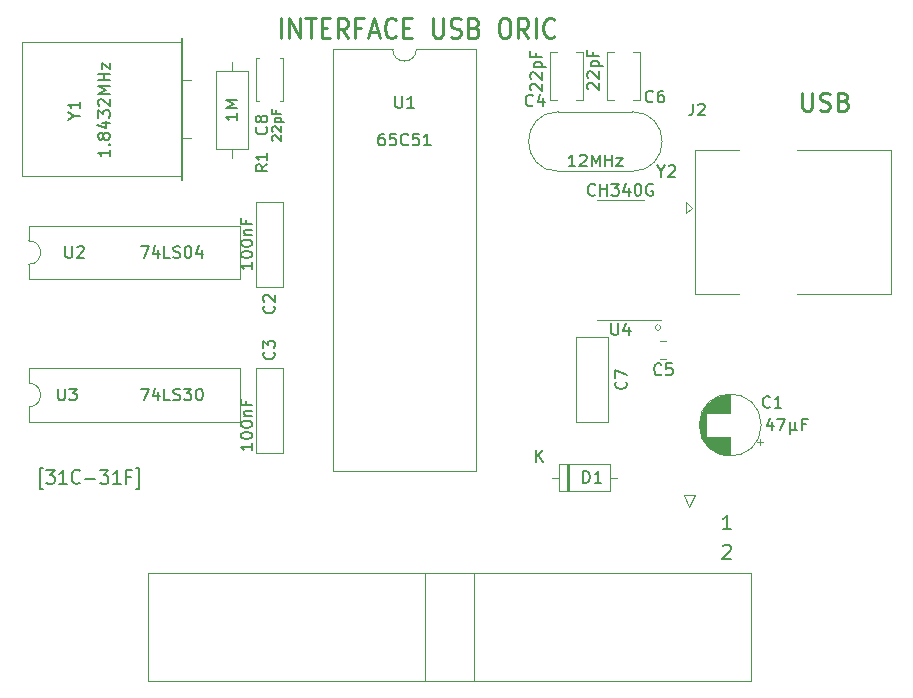
<source format=gto>
%TF.GenerationSoftware,KiCad,Pcbnew,(5.1.12)-1*%
%TF.CreationDate,2022-04-06T13:04:15+02:00*%
%TF.ProjectId,ACIA_USB,41434941-5f55-4534-922e-6b696361645f,1.0*%
%TF.SameCoordinates,PX6d01460PY60e4b00*%
%TF.FileFunction,Legend,Top*%
%TF.FilePolarity,Positive*%
%FSLAX46Y46*%
G04 Gerber Fmt 4.6, Leading zero omitted, Abs format (unit mm)*
G04 Created by KiCad (PCBNEW (5.1.12)-1) date 2022-04-06 13:04:15*
%MOMM*%
%LPD*%
G01*
G04 APERTURE LIST*
%ADD10C,0.250000*%
%ADD11C,0.150000*%
%ADD12C,0.200000*%
%ADD13C,0.120000*%
G04 APERTURE END LIST*
D10*
X67957142Y42096429D02*
X67957142Y40882143D01*
X68028571Y40739286D01*
X68100000Y40667858D01*
X68242857Y40596429D01*
X68528571Y40596429D01*
X68671428Y40667858D01*
X68742857Y40739286D01*
X68814285Y40882143D01*
X68814285Y42096429D01*
X69457142Y40667858D02*
X69671428Y40596429D01*
X70028571Y40596429D01*
X70171428Y40667858D01*
X70242857Y40739286D01*
X70314285Y40882143D01*
X70314285Y41025000D01*
X70242857Y41167858D01*
X70171428Y41239286D01*
X70028571Y41310715D01*
X69742857Y41382143D01*
X69600000Y41453572D01*
X69528571Y41525000D01*
X69457142Y41667858D01*
X69457142Y41810715D01*
X69528571Y41953572D01*
X69600000Y42025000D01*
X69742857Y42096429D01*
X70100000Y42096429D01*
X70314285Y42025000D01*
X71457142Y41382143D02*
X71671428Y41310715D01*
X71742857Y41239286D01*
X71814285Y41096429D01*
X71814285Y40882143D01*
X71742857Y40739286D01*
X71671428Y40667858D01*
X71528571Y40596429D01*
X70957142Y40596429D01*
X70957142Y42096429D01*
X71457142Y42096429D01*
X71600000Y42025000D01*
X71671428Y41953572D01*
X71742857Y41810715D01*
X71742857Y41667858D01*
X71671428Y41525000D01*
X71600000Y41453572D01*
X71457142Y41382143D01*
X70957142Y41382143D01*
X23836842Y46728953D02*
X23836842Y48428953D01*
X24551128Y46728953D02*
X24551128Y48428953D01*
X25408271Y46728953D01*
X25408271Y48428953D01*
X25908271Y48428953D02*
X26765414Y48428953D01*
X26336842Y46728953D02*
X26336842Y48428953D01*
X27265414Y47619429D02*
X27765414Y47619429D01*
X27979700Y46728953D02*
X27265414Y46728953D01*
X27265414Y48428953D01*
X27979700Y48428953D01*
X29479700Y46728953D02*
X28979700Y47538477D01*
X28622557Y46728953D02*
X28622557Y48428953D01*
X29193985Y48428953D01*
X29336842Y48348000D01*
X29408271Y48267048D01*
X29479700Y48105143D01*
X29479700Y47862286D01*
X29408271Y47700381D01*
X29336842Y47619429D01*
X29193985Y47538477D01*
X28622557Y47538477D01*
X30622557Y47619429D02*
X30122557Y47619429D01*
X30122557Y46728953D02*
X30122557Y48428953D01*
X30836842Y48428953D01*
X31336842Y47214667D02*
X32051128Y47214667D01*
X31193985Y46728953D02*
X31693985Y48428953D01*
X32193985Y46728953D01*
X33551128Y46890858D02*
X33479700Y46809905D01*
X33265414Y46728953D01*
X33122557Y46728953D01*
X32908271Y46809905D01*
X32765414Y46971810D01*
X32693985Y47133715D01*
X32622557Y47457524D01*
X32622557Y47700381D01*
X32693985Y48024191D01*
X32765414Y48186096D01*
X32908271Y48348000D01*
X33122557Y48428953D01*
X33265414Y48428953D01*
X33479700Y48348000D01*
X33551128Y48267048D01*
X34193985Y47619429D02*
X34693985Y47619429D01*
X34908271Y46728953D02*
X34193985Y46728953D01*
X34193985Y48428953D01*
X34908271Y48428953D01*
X36693985Y48428953D02*
X36693985Y47052762D01*
X36765414Y46890858D01*
X36836842Y46809905D01*
X36979700Y46728953D01*
X37265414Y46728953D01*
X37408271Y46809905D01*
X37479700Y46890858D01*
X37551128Y47052762D01*
X37551128Y48428953D01*
X38193985Y46809905D02*
X38408271Y46728953D01*
X38765414Y46728953D01*
X38908271Y46809905D01*
X38979700Y46890858D01*
X39051128Y47052762D01*
X39051128Y47214667D01*
X38979700Y47376572D01*
X38908271Y47457524D01*
X38765414Y47538477D01*
X38479700Y47619429D01*
X38336842Y47700381D01*
X38265414Y47781334D01*
X38193985Y47943239D01*
X38193985Y48105143D01*
X38265414Y48267048D01*
X38336842Y48348000D01*
X38479700Y48428953D01*
X38836842Y48428953D01*
X39051128Y48348000D01*
X40193985Y47619429D02*
X40408271Y47538477D01*
X40479700Y47457524D01*
X40551128Y47295620D01*
X40551128Y47052762D01*
X40479700Y46890858D01*
X40408271Y46809905D01*
X40265414Y46728953D01*
X39693985Y46728953D01*
X39693985Y48428953D01*
X40193985Y48428953D01*
X40336842Y48348000D01*
X40408271Y48267048D01*
X40479700Y48105143D01*
X40479700Y47943239D01*
X40408271Y47781334D01*
X40336842Y47700381D01*
X40193985Y47619429D01*
X39693985Y47619429D01*
X42622557Y48428953D02*
X42908271Y48428953D01*
X43051128Y48348000D01*
X43193985Y48186096D01*
X43265414Y47862286D01*
X43265414Y47295620D01*
X43193985Y46971810D01*
X43051128Y46809905D01*
X42908271Y46728953D01*
X42622557Y46728953D01*
X42479700Y46809905D01*
X42336842Y46971810D01*
X42265414Y47295620D01*
X42265414Y47862286D01*
X42336842Y48186096D01*
X42479700Y48348000D01*
X42622557Y48428953D01*
X44765414Y46728953D02*
X44265414Y47538477D01*
X43908271Y46728953D02*
X43908271Y48428953D01*
X44479700Y48428953D01*
X44622557Y48348000D01*
X44693985Y48267048D01*
X44765414Y48105143D01*
X44765414Y47862286D01*
X44693985Y47700381D01*
X44622557Y47619429D01*
X44479700Y47538477D01*
X43908271Y47538477D01*
X45408271Y46728953D02*
X45408271Y48428953D01*
X46979700Y46890858D02*
X46908271Y46809905D01*
X46693985Y46728953D01*
X46551128Y46728953D01*
X46336842Y46809905D01*
X46193985Y46971810D01*
X46122557Y47133715D01*
X46051128Y47457524D01*
X46051128Y47700381D01*
X46122557Y48024191D01*
X46193985Y48186096D01*
X46336842Y48348000D01*
X46551128Y48428953D01*
X46693985Y48428953D01*
X46908271Y48348000D01*
X46979700Y48267048D01*
D11*
X61252142Y3717858D02*
X61309285Y3775000D01*
X61423571Y3832143D01*
X61709285Y3832143D01*
X61823571Y3775000D01*
X61880714Y3717858D01*
X61937857Y3603572D01*
X61937857Y3489286D01*
X61880714Y3317858D01*
X61195000Y2632143D01*
X61937857Y2632143D01*
X61937857Y5172143D02*
X61252142Y5172143D01*
X61595000Y5172143D02*
X61595000Y6372143D01*
X61480714Y6200715D01*
X61366428Y6086429D01*
X61252142Y6029286D01*
D12*
X3665238Y8582143D02*
X3403333Y8582143D01*
X3403333Y10296429D01*
X3665238Y10296429D01*
X3979523Y10182143D02*
X4660476Y10182143D01*
X4293809Y9725000D01*
X4450952Y9725000D01*
X4555714Y9667858D01*
X4608095Y9610715D01*
X4660476Y9496429D01*
X4660476Y9210715D01*
X4608095Y9096429D01*
X4555714Y9039286D01*
X4450952Y8982143D01*
X4136666Y8982143D01*
X4031904Y9039286D01*
X3979523Y9096429D01*
X5708095Y8982143D02*
X5079523Y8982143D01*
X5393809Y8982143D02*
X5393809Y10182143D01*
X5289047Y10010715D01*
X5184285Y9896429D01*
X5079523Y9839286D01*
X6808095Y9096429D02*
X6755714Y9039286D01*
X6598571Y8982143D01*
X6493809Y8982143D01*
X6336666Y9039286D01*
X6231904Y9153572D01*
X6179523Y9267858D01*
X6127142Y9496429D01*
X6127142Y9667858D01*
X6179523Y9896429D01*
X6231904Y10010715D01*
X6336666Y10125000D01*
X6493809Y10182143D01*
X6598571Y10182143D01*
X6755714Y10125000D01*
X6808095Y10067858D01*
X7279523Y9439286D02*
X8117619Y9439286D01*
X8536666Y10182143D02*
X9217619Y10182143D01*
X8850952Y9725000D01*
X9008095Y9725000D01*
X9112857Y9667858D01*
X9165238Y9610715D01*
X9217619Y9496429D01*
X9217619Y9210715D01*
X9165238Y9096429D01*
X9112857Y9039286D01*
X9008095Y8982143D01*
X8693809Y8982143D01*
X8589047Y9039286D01*
X8536666Y9096429D01*
X10265238Y8982143D02*
X9636666Y8982143D01*
X9950952Y8982143D02*
X9950952Y10182143D01*
X9846190Y10010715D01*
X9741428Y9896429D01*
X9636666Y9839286D01*
X11103333Y9610715D02*
X10736666Y9610715D01*
X10736666Y8982143D02*
X10736666Y10182143D01*
X11260476Y10182143D01*
X11574761Y8582143D02*
X11836666Y8582143D01*
X11836666Y10296429D01*
X11574761Y10296429D01*
D13*
%TO.C,C7*%
X51535000Y21440000D02*
X51535000Y14200000D01*
X48795000Y21440000D02*
X48795000Y14200000D01*
X51535000Y21440000D02*
X48795000Y21440000D01*
X51535000Y14200000D02*
X48795000Y14200000D01*
%TO.C,C5*%
X56461252Y19585000D02*
X55938748Y19585000D01*
X56461252Y21055000D02*
X55938748Y21055000D01*
%TO.C,U4*%
X52578000Y33000000D02*
X50628000Y33000000D01*
X52578000Y33000000D02*
X54528000Y33000000D01*
X52578000Y22880000D02*
X50628000Y22880000D01*
X52578000Y22880000D02*
X56028000Y22880000D01*
X55981953Y22225000D02*
G75*
G03*
X55981953Y22225000I-228953J0D01*
G01*
%TO.C,Y2*%
X47321000Y40498000D02*
X53571000Y40498000D01*
X47321000Y35448000D02*
X53571000Y35448000D01*
X53571000Y35448000D02*
G75*
G03*
X53571000Y40498000I0J2525000D01*
G01*
X47321000Y35448000D02*
G75*
G02*
X47321000Y40498000I0J2525000D01*
G01*
%TO.C,J2*%
X58148000Y31885000D02*
X58648000Y32385000D01*
X58148000Y32885000D02*
X58148000Y31885000D01*
X58648000Y32385000D02*
X58148000Y32885000D01*
X75468000Y25025000D02*
X67498000Y25025000D01*
X75468000Y37245000D02*
X67498000Y37245000D01*
X75468000Y25025000D02*
X75468000Y37245000D01*
X58848000Y37245000D02*
X62598000Y37245000D01*
X58848000Y25025000D02*
X62598000Y25025000D01*
X58848000Y25025000D02*
X58848000Y37245000D01*
%TO.C,C6*%
X54252000Y45561000D02*
X54252000Y41521000D01*
X51412000Y45561000D02*
X51412000Y41521000D01*
X54252000Y45561000D02*
X53627000Y45561000D01*
X52037000Y45561000D02*
X51412000Y45561000D01*
X54252000Y41521000D02*
X53627000Y41521000D01*
X52037000Y41521000D02*
X51412000Y41521000D01*
%TO.C,C4*%
X49426000Y45561000D02*
X49426000Y41521000D01*
X46586000Y45561000D02*
X46586000Y41521000D01*
X49426000Y45561000D02*
X48801000Y45561000D01*
X47211000Y45561000D02*
X46586000Y45561000D01*
X49426000Y41521000D02*
X48801000Y41521000D01*
X47211000Y41521000D02*
X46586000Y41521000D01*
%TO.C,R1*%
X19685000Y44680000D02*
X19685000Y43910000D01*
X19685000Y36600000D02*
X19685000Y37370000D01*
X18315000Y43910000D02*
X18315000Y37370000D01*
X21055000Y43910000D02*
X18315000Y43910000D01*
X21055000Y37370000D02*
X21055000Y43910000D01*
X18315000Y37370000D02*
X21055000Y37370000D01*
%TO.C,Y1*%
X15345000Y46380000D02*
X1945000Y46380000D01*
X1945000Y46380000D02*
X1945000Y35080000D01*
X1945000Y35080000D02*
X15345000Y35080000D01*
X15345000Y35080000D02*
X15345000Y46380000D01*
X15345000Y43180000D02*
X16195000Y43180000D01*
X16195000Y43180000D02*
X16195000Y43180000D01*
X15345000Y38280000D02*
X16195000Y38280000D01*
X16195000Y38280000D02*
X16195000Y38280000D01*
X15345000Y46730000D02*
X15465000Y46730000D01*
X15465000Y46730000D02*
X15465000Y34730000D01*
X15465000Y34730000D02*
X15345000Y34730000D01*
X15345000Y34730000D02*
X15345000Y46730000D01*
%TO.C,C8*%
X24030000Y45020000D02*
X24030000Y41380000D01*
X21690000Y45020000D02*
X21690000Y41380000D01*
X24030000Y45020000D02*
X23785000Y45020000D01*
X21935000Y45020000D02*
X21690000Y45020000D01*
X24030000Y41380000D02*
X23785000Y41380000D01*
X21935000Y41380000D02*
X21690000Y41380000D01*
%TO.C,U2*%
X2480000Y30825000D02*
X2480000Y29575000D01*
X20380000Y30825000D02*
X2480000Y30825000D01*
X20380000Y26325000D02*
X20380000Y30825000D01*
X2480000Y26325000D02*
X20380000Y26325000D01*
X2480000Y27575000D02*
X2480000Y26325000D01*
X2480000Y29575000D02*
G75*
G02*
X2480000Y27575000I0J-1000000D01*
G01*
%TO.C,U1*%
X40350000Y45780000D02*
X35290000Y45780000D01*
X40350000Y10100000D02*
X40350000Y45780000D01*
X28230000Y10100000D02*
X40350000Y10100000D01*
X28230000Y45780000D02*
X28230000Y10100000D01*
X33290000Y45780000D02*
X28230000Y45780000D01*
X35290000Y45780000D02*
G75*
G02*
X33290000Y45780000I-1000000J0D01*
G01*
%TO.C,J1*%
X57920000Y8065000D02*
X58420000Y7065000D01*
X58920000Y8065000D02*
X57920000Y8065000D01*
X58420000Y7065000D02*
X58920000Y8065000D01*
X12570000Y1445000D02*
X63630000Y1445000D01*
X12570000Y-7675000D02*
X12570000Y1445000D01*
X63630000Y-7675000D02*
X12570000Y-7675000D01*
X63630000Y1445000D02*
X63630000Y-7675000D01*
X36050000Y1445000D02*
X36050000Y-7675000D01*
X40150000Y1445000D02*
X40150000Y-7675000D01*
%TO.C,D1*%
X48010000Y10645000D02*
X48010000Y8405000D01*
X48250000Y10645000D02*
X48250000Y8405000D01*
X48130000Y10645000D02*
X48130000Y8405000D01*
X52300000Y9525000D02*
X51650000Y9525000D01*
X46760000Y9525000D02*
X47410000Y9525000D01*
X51650000Y10645000D02*
X47410000Y10645000D01*
X51650000Y8405000D02*
X51650000Y10645000D01*
X47410000Y8405000D02*
X51650000Y8405000D01*
X47410000Y10645000D02*
X47410000Y8405000D01*
%TO.C,C3*%
X21740000Y18820000D02*
X23980000Y18820000D01*
X21740000Y11580000D02*
X23980000Y11580000D01*
X23980000Y11580000D02*
X23980000Y18820000D01*
X21740000Y11580000D02*
X21740000Y18820000D01*
%TO.C,C2*%
X21740000Y32870000D02*
X23980000Y32870000D01*
X21740000Y25630000D02*
X23980000Y25630000D01*
X23980000Y25630000D02*
X23980000Y32870000D01*
X21740000Y25630000D02*
X21740000Y32870000D01*
%TO.C,U3*%
X2480000Y18760000D02*
X2480000Y17510000D01*
X20380000Y18760000D02*
X2480000Y18760000D01*
X20380000Y14260000D02*
X20380000Y18760000D01*
X2480000Y14260000D02*
X20380000Y14260000D01*
X2480000Y15510000D02*
X2480000Y14260000D01*
X2480000Y17510000D02*
G75*
G02*
X2480000Y15510000I0J-1000000D01*
G01*
%TO.C,C1*%
X64485000Y13970000D02*
G75*
G03*
X64485000Y13970000I-2620000J0D01*
G01*
X61865000Y15010000D02*
X61865000Y16550000D01*
X61865000Y11390000D02*
X61865000Y12930000D01*
X61825000Y15010000D02*
X61825000Y16550000D01*
X61825000Y11390000D02*
X61825000Y12930000D01*
X61785000Y11391000D02*
X61785000Y12930000D01*
X61785000Y15010000D02*
X61785000Y16549000D01*
X61745000Y11392000D02*
X61745000Y12930000D01*
X61745000Y15010000D02*
X61745000Y16548000D01*
X61705000Y11394000D02*
X61705000Y12930000D01*
X61705000Y15010000D02*
X61705000Y16546000D01*
X61665000Y11397000D02*
X61665000Y12930000D01*
X61665000Y15010000D02*
X61665000Y16543000D01*
X61625000Y11401000D02*
X61625000Y12930000D01*
X61625000Y15010000D02*
X61625000Y16539000D01*
X61585000Y11405000D02*
X61585000Y12930000D01*
X61585000Y15010000D02*
X61585000Y16535000D01*
X61545000Y11409000D02*
X61545000Y12930000D01*
X61545000Y15010000D02*
X61545000Y16531000D01*
X61505000Y11414000D02*
X61505000Y12930000D01*
X61505000Y15010000D02*
X61505000Y16526000D01*
X61465000Y11420000D02*
X61465000Y12930000D01*
X61465000Y15010000D02*
X61465000Y16520000D01*
X61425000Y11427000D02*
X61425000Y12930000D01*
X61425000Y15010000D02*
X61425000Y16513000D01*
X61385000Y11434000D02*
X61385000Y12930000D01*
X61385000Y15010000D02*
X61385000Y16506000D01*
X61345000Y11442000D02*
X61345000Y12930000D01*
X61345000Y15010000D02*
X61345000Y16498000D01*
X61305000Y11450000D02*
X61305000Y12930000D01*
X61305000Y15010000D02*
X61305000Y16490000D01*
X61265000Y11459000D02*
X61265000Y12930000D01*
X61265000Y15010000D02*
X61265000Y16481000D01*
X61225000Y11469000D02*
X61225000Y12930000D01*
X61225000Y15010000D02*
X61225000Y16471000D01*
X61185000Y11479000D02*
X61185000Y12930000D01*
X61185000Y15010000D02*
X61185000Y16461000D01*
X61144000Y11490000D02*
X61144000Y12930000D01*
X61144000Y15010000D02*
X61144000Y16450000D01*
X61104000Y11502000D02*
X61104000Y12930000D01*
X61104000Y15010000D02*
X61104000Y16438000D01*
X61064000Y11515000D02*
X61064000Y12930000D01*
X61064000Y15010000D02*
X61064000Y16425000D01*
X61024000Y11528000D02*
X61024000Y12930000D01*
X61024000Y15010000D02*
X61024000Y16412000D01*
X60984000Y11542000D02*
X60984000Y12930000D01*
X60984000Y15010000D02*
X60984000Y16398000D01*
X60944000Y11556000D02*
X60944000Y12930000D01*
X60944000Y15010000D02*
X60944000Y16384000D01*
X60904000Y11572000D02*
X60904000Y12930000D01*
X60904000Y15010000D02*
X60904000Y16368000D01*
X60864000Y11588000D02*
X60864000Y12930000D01*
X60864000Y15010000D02*
X60864000Y16352000D01*
X60824000Y11605000D02*
X60824000Y12930000D01*
X60824000Y15010000D02*
X60824000Y16335000D01*
X60784000Y11622000D02*
X60784000Y12930000D01*
X60784000Y15010000D02*
X60784000Y16318000D01*
X60744000Y11641000D02*
X60744000Y12930000D01*
X60744000Y15010000D02*
X60744000Y16299000D01*
X60704000Y11660000D02*
X60704000Y12930000D01*
X60704000Y15010000D02*
X60704000Y16280000D01*
X60664000Y11680000D02*
X60664000Y12930000D01*
X60664000Y15010000D02*
X60664000Y16260000D01*
X60624000Y11702000D02*
X60624000Y12930000D01*
X60624000Y15010000D02*
X60624000Y16238000D01*
X60584000Y11723000D02*
X60584000Y12930000D01*
X60584000Y15010000D02*
X60584000Y16217000D01*
X60544000Y11746000D02*
X60544000Y12930000D01*
X60544000Y15010000D02*
X60544000Y16194000D01*
X60504000Y11770000D02*
X60504000Y12930000D01*
X60504000Y15010000D02*
X60504000Y16170000D01*
X60464000Y11795000D02*
X60464000Y12930000D01*
X60464000Y15010000D02*
X60464000Y16145000D01*
X60424000Y11821000D02*
X60424000Y12930000D01*
X60424000Y15010000D02*
X60424000Y16119000D01*
X60384000Y11848000D02*
X60384000Y12930000D01*
X60384000Y15010000D02*
X60384000Y16092000D01*
X60344000Y11875000D02*
X60344000Y12930000D01*
X60344000Y15010000D02*
X60344000Y16065000D01*
X60304000Y11905000D02*
X60304000Y12930000D01*
X60304000Y15010000D02*
X60304000Y16035000D01*
X60264000Y11935000D02*
X60264000Y12930000D01*
X60264000Y15010000D02*
X60264000Y16005000D01*
X60224000Y11966000D02*
X60224000Y12930000D01*
X60224000Y15010000D02*
X60224000Y15974000D01*
X60184000Y11999000D02*
X60184000Y12930000D01*
X60184000Y15010000D02*
X60184000Y15941000D01*
X60144000Y12033000D02*
X60144000Y12930000D01*
X60144000Y15010000D02*
X60144000Y15907000D01*
X60104000Y12069000D02*
X60104000Y12930000D01*
X60104000Y15010000D02*
X60104000Y15871000D01*
X60064000Y12106000D02*
X60064000Y12930000D01*
X60064000Y15010000D02*
X60064000Y15834000D01*
X60024000Y12144000D02*
X60024000Y12930000D01*
X60024000Y15010000D02*
X60024000Y15796000D01*
X59984000Y12185000D02*
X59984000Y12930000D01*
X59984000Y15010000D02*
X59984000Y15755000D01*
X59944000Y12227000D02*
X59944000Y12930000D01*
X59944000Y15010000D02*
X59944000Y15713000D01*
X59904000Y12271000D02*
X59904000Y12930000D01*
X59904000Y15010000D02*
X59904000Y15669000D01*
X59864000Y12317000D02*
X59864000Y12930000D01*
X59864000Y15010000D02*
X59864000Y15623000D01*
X59824000Y12365000D02*
X59824000Y15575000D01*
X59784000Y12416000D02*
X59784000Y15524000D01*
X59744000Y12470000D02*
X59744000Y15470000D01*
X59704000Y12527000D02*
X59704000Y15413000D01*
X59664000Y12587000D02*
X59664000Y15353000D01*
X59624000Y12651000D02*
X59624000Y15289000D01*
X59584000Y12719000D02*
X59584000Y15221000D01*
X59544000Y12792000D02*
X59544000Y15148000D01*
X59504000Y12872000D02*
X59504000Y15068000D01*
X59464000Y12959000D02*
X59464000Y14981000D01*
X59424000Y13055000D02*
X59424000Y14885000D01*
X59384000Y13165000D02*
X59384000Y14775000D01*
X59344000Y13293000D02*
X59344000Y14647000D01*
X59304000Y13452000D02*
X59304000Y14488000D01*
X59264000Y13686000D02*
X59264000Y14254000D01*
X64669775Y12495000D02*
X64169775Y12495000D01*
X64419775Y12245000D02*
X64419775Y12745000D01*
%TO.C,C7*%
D11*
X53022142Y17653334D02*
X53069761Y17605715D01*
X53117380Y17462858D01*
X53117380Y17367620D01*
X53069761Y17224762D01*
X52974523Y17129524D01*
X52879285Y17081905D01*
X52688809Y17034286D01*
X52545952Y17034286D01*
X52355476Y17081905D01*
X52260238Y17129524D01*
X52165000Y17224762D01*
X52117380Y17367620D01*
X52117380Y17462858D01*
X52165000Y17605715D01*
X52212619Y17653334D01*
X52117380Y17986667D02*
X52117380Y18653334D01*
X53117380Y18224762D01*
%TO.C,C5*%
X56033333Y18282858D02*
X55985714Y18235239D01*
X55842857Y18187620D01*
X55747619Y18187620D01*
X55604761Y18235239D01*
X55509523Y18330477D01*
X55461904Y18425715D01*
X55414285Y18616191D01*
X55414285Y18759048D01*
X55461904Y18949524D01*
X55509523Y19044762D01*
X55604761Y19140000D01*
X55747619Y19187620D01*
X55842857Y19187620D01*
X55985714Y19140000D01*
X56033333Y19092381D01*
X56938095Y19187620D02*
X56461904Y19187620D01*
X56414285Y18711429D01*
X56461904Y18759048D01*
X56557142Y18806667D01*
X56795238Y18806667D01*
X56890476Y18759048D01*
X56938095Y18711429D01*
X56985714Y18616191D01*
X56985714Y18378096D01*
X56938095Y18282858D01*
X56890476Y18235239D01*
X56795238Y18187620D01*
X56557142Y18187620D01*
X56461904Y18235239D01*
X56414285Y18282858D01*
%TO.C,U4*%
X51816095Y22587620D02*
X51816095Y21778096D01*
X51863714Y21682858D01*
X51911333Y21635239D01*
X52006571Y21587620D01*
X52197047Y21587620D01*
X52292285Y21635239D01*
X52339904Y21682858D01*
X52387523Y21778096D01*
X52387523Y22587620D01*
X53292285Y22254286D02*
X53292285Y21587620D01*
X53054190Y22635239D02*
X52816095Y21920953D01*
X53435142Y21920953D01*
X50435142Y33482858D02*
X50387523Y33435239D01*
X50244666Y33387620D01*
X50149428Y33387620D01*
X50006571Y33435239D01*
X49911333Y33530477D01*
X49863714Y33625715D01*
X49816095Y33816191D01*
X49816095Y33959048D01*
X49863714Y34149524D01*
X49911333Y34244762D01*
X50006571Y34340000D01*
X50149428Y34387620D01*
X50244666Y34387620D01*
X50387523Y34340000D01*
X50435142Y34292381D01*
X50863714Y33387620D02*
X50863714Y34387620D01*
X50863714Y33911429D02*
X51435142Y33911429D01*
X51435142Y33387620D02*
X51435142Y34387620D01*
X51816095Y34387620D02*
X52435142Y34387620D01*
X52101809Y34006667D01*
X52244666Y34006667D01*
X52339904Y33959048D01*
X52387523Y33911429D01*
X52435142Y33816191D01*
X52435142Y33578096D01*
X52387523Y33482858D01*
X52339904Y33435239D01*
X52244666Y33387620D01*
X51958952Y33387620D01*
X51863714Y33435239D01*
X51816095Y33482858D01*
X53292285Y34054286D02*
X53292285Y33387620D01*
X53054190Y34435239D02*
X52816095Y33720953D01*
X53435142Y33720953D01*
X54006571Y34387620D02*
X54101809Y34387620D01*
X54197047Y34340000D01*
X54244666Y34292381D01*
X54292285Y34197143D01*
X54339904Y34006667D01*
X54339904Y33768572D01*
X54292285Y33578096D01*
X54244666Y33482858D01*
X54197047Y33435239D01*
X54101809Y33387620D01*
X54006571Y33387620D01*
X53911333Y33435239D01*
X53863714Y33482858D01*
X53816095Y33578096D01*
X53768476Y33768572D01*
X53768476Y34006667D01*
X53816095Y34197143D01*
X53863714Y34292381D01*
X53911333Y34340000D01*
X54006571Y34387620D01*
X55292285Y34340000D02*
X55197047Y34387620D01*
X55054190Y34387620D01*
X54911333Y34340000D01*
X54816095Y34244762D01*
X54768476Y34149524D01*
X54720857Y33959048D01*
X54720857Y33816191D01*
X54768476Y33625715D01*
X54816095Y33530477D01*
X54911333Y33435239D01*
X55054190Y33387620D01*
X55149428Y33387620D01*
X55292285Y33435239D01*
X55339904Y33482858D01*
X55339904Y33816191D01*
X55149428Y33816191D01*
%TO.C,Y2*%
X56038809Y35456810D02*
X56038809Y34980620D01*
X55705476Y35980620D02*
X56038809Y35456810D01*
X56372142Y35980620D01*
X56657857Y35885381D02*
X56705476Y35933000D01*
X56800714Y35980620D01*
X57038809Y35980620D01*
X57134047Y35933000D01*
X57181666Y35885381D01*
X57229285Y35790143D01*
X57229285Y35694905D01*
X57181666Y35552048D01*
X56610238Y34980620D01*
X57229285Y34980620D01*
X48755523Y35869620D02*
X48184095Y35869620D01*
X48469809Y35869620D02*
X48469809Y36869620D01*
X48374571Y36726762D01*
X48279333Y36631524D01*
X48184095Y36583905D01*
X49136476Y36774381D02*
X49184095Y36822000D01*
X49279333Y36869620D01*
X49517428Y36869620D01*
X49612666Y36822000D01*
X49660285Y36774381D01*
X49707904Y36679143D01*
X49707904Y36583905D01*
X49660285Y36441048D01*
X49088857Y35869620D01*
X49707904Y35869620D01*
X50136476Y35869620D02*
X50136476Y36869620D01*
X50469809Y36155334D01*
X50803142Y36869620D01*
X50803142Y35869620D01*
X51279333Y35869620D02*
X51279333Y36869620D01*
X51279333Y36393429D02*
X51850761Y36393429D01*
X51850761Y35869620D02*
X51850761Y36869620D01*
X52231714Y36536286D02*
X52755523Y36536286D01*
X52231714Y35869620D01*
X52755523Y35869620D01*
%TO.C,J2*%
X58721666Y41187620D02*
X58721666Y40473334D01*
X58674047Y40330477D01*
X58578809Y40235239D01*
X58435952Y40187620D01*
X58340714Y40187620D01*
X59150238Y41092381D02*
X59197857Y41140000D01*
X59293095Y41187620D01*
X59531190Y41187620D01*
X59626428Y41140000D01*
X59674047Y41092381D01*
X59721666Y40997143D01*
X59721666Y40901905D01*
X59674047Y40759048D01*
X59102619Y40187620D01*
X59721666Y40187620D01*
%TO.C,C6*%
X55332333Y41385858D02*
X55284714Y41338239D01*
X55141857Y41290620D01*
X55046619Y41290620D01*
X54903761Y41338239D01*
X54808523Y41433477D01*
X54760904Y41528715D01*
X54713285Y41719191D01*
X54713285Y41862048D01*
X54760904Y42052524D01*
X54808523Y42147762D01*
X54903761Y42243000D01*
X55046619Y42290620D01*
X55141857Y42290620D01*
X55284714Y42243000D01*
X55332333Y42195381D01*
X56189476Y42290620D02*
X55999000Y42290620D01*
X55903761Y42243000D01*
X55856142Y42195381D01*
X55760904Y42052524D01*
X55713285Y41862048D01*
X55713285Y41481096D01*
X55760904Y41385858D01*
X55808523Y41338239D01*
X55903761Y41290620D01*
X56094238Y41290620D01*
X56189476Y41338239D01*
X56237095Y41385858D01*
X56284714Y41481096D01*
X56284714Y41719191D01*
X56237095Y41814429D01*
X56189476Y41862048D01*
X56094238Y41909667D01*
X55903761Y41909667D01*
X55808523Y41862048D01*
X55760904Y41814429D01*
X55713285Y41719191D01*
X49839619Y42386143D02*
X49792000Y42433762D01*
X49744380Y42529000D01*
X49744380Y42767096D01*
X49792000Y42862334D01*
X49839619Y42909953D01*
X49934857Y42957572D01*
X50030095Y42957572D01*
X50172952Y42909953D01*
X50744380Y42338524D01*
X50744380Y42957572D01*
X49839619Y43338524D02*
X49792000Y43386143D01*
X49744380Y43481381D01*
X49744380Y43719477D01*
X49792000Y43814715D01*
X49839619Y43862334D01*
X49934857Y43909953D01*
X50030095Y43909953D01*
X50172952Y43862334D01*
X50744380Y43290905D01*
X50744380Y43909953D01*
X50077714Y44338524D02*
X51077714Y44338524D01*
X50125333Y44338524D02*
X50077714Y44433762D01*
X50077714Y44624239D01*
X50125333Y44719477D01*
X50172952Y44767096D01*
X50268190Y44814715D01*
X50553904Y44814715D01*
X50649142Y44767096D01*
X50696761Y44719477D01*
X50744380Y44624239D01*
X50744380Y44433762D01*
X50696761Y44338524D01*
X50220571Y45576620D02*
X50220571Y45243286D01*
X50744380Y45243286D02*
X49744380Y45243286D01*
X49744380Y45719477D01*
%TO.C,C4*%
X45172333Y41044858D02*
X45124714Y40997239D01*
X44981857Y40949620D01*
X44886619Y40949620D01*
X44743761Y40997239D01*
X44648523Y41092477D01*
X44600904Y41187715D01*
X44553285Y41378191D01*
X44553285Y41521048D01*
X44600904Y41711524D01*
X44648523Y41806762D01*
X44743761Y41902000D01*
X44886619Y41949620D01*
X44981857Y41949620D01*
X45124714Y41902000D01*
X45172333Y41854381D01*
X46029476Y41616286D02*
X46029476Y40949620D01*
X45791380Y41997239D02*
X45553285Y41282953D01*
X46172333Y41282953D01*
X45013619Y42299143D02*
X44966000Y42346762D01*
X44918380Y42442000D01*
X44918380Y42680096D01*
X44966000Y42775334D01*
X45013619Y42822953D01*
X45108857Y42870572D01*
X45204095Y42870572D01*
X45346952Y42822953D01*
X45918380Y42251524D01*
X45918380Y42870572D01*
X45013619Y43251524D02*
X44966000Y43299143D01*
X44918380Y43394381D01*
X44918380Y43632477D01*
X44966000Y43727715D01*
X45013619Y43775334D01*
X45108857Y43822953D01*
X45204095Y43822953D01*
X45346952Y43775334D01*
X45918380Y43203905D01*
X45918380Y43822953D01*
X45251714Y44251524D02*
X46251714Y44251524D01*
X45299333Y44251524D02*
X45251714Y44346762D01*
X45251714Y44537239D01*
X45299333Y44632477D01*
X45346952Y44680096D01*
X45442190Y44727715D01*
X45727904Y44727715D01*
X45823142Y44680096D01*
X45870761Y44632477D01*
X45918380Y44537239D01*
X45918380Y44346762D01*
X45870761Y44251524D01*
X45394571Y45489620D02*
X45394571Y45156286D01*
X45918380Y45156286D02*
X44918380Y45156286D01*
X44918380Y45632477D01*
%TO.C,R1*%
X22677380Y36028334D02*
X22201190Y35695000D01*
X22677380Y35456905D02*
X21677380Y35456905D01*
X21677380Y35837858D01*
X21725000Y35933096D01*
X21772619Y35980715D01*
X21867857Y36028334D01*
X22010714Y36028334D01*
X22105952Y35980715D01*
X22153571Y35933096D01*
X22201190Y35837858D01*
X22201190Y35456905D01*
X22677380Y36980715D02*
X22677380Y36409286D01*
X22677380Y36695000D02*
X21677380Y36695000D01*
X21820238Y36599762D01*
X21915476Y36504524D01*
X21963095Y36409286D01*
X20137380Y40354286D02*
X20137380Y39782858D01*
X20137380Y40068572D02*
X19137380Y40068572D01*
X19280238Y39973334D01*
X19375476Y39878096D01*
X19423095Y39782858D01*
X20137380Y40782858D02*
X19137380Y40782858D01*
X19851666Y41116191D01*
X19137380Y41449524D01*
X20137380Y41449524D01*
%TO.C,Y1*%
X6326190Y40163810D02*
X6802380Y40163810D01*
X5802380Y39830477D02*
X6326190Y40163810D01*
X5802380Y40497143D01*
X6802380Y41354286D02*
X6802380Y40782858D01*
X6802380Y41068572D02*
X5802380Y41068572D01*
X5945238Y40973334D01*
X6040476Y40878096D01*
X6088095Y40782858D01*
X9342380Y37282858D02*
X9342380Y36711429D01*
X9342380Y36997143D02*
X8342380Y36997143D01*
X8485238Y36901905D01*
X8580476Y36806667D01*
X8628095Y36711429D01*
X9247142Y37711429D02*
X9294761Y37759048D01*
X9342380Y37711429D01*
X9294761Y37663810D01*
X9247142Y37711429D01*
X9342380Y37711429D01*
X8770952Y38330477D02*
X8723333Y38235239D01*
X8675714Y38187620D01*
X8580476Y38140000D01*
X8532857Y38140000D01*
X8437619Y38187620D01*
X8390000Y38235239D01*
X8342380Y38330477D01*
X8342380Y38520953D01*
X8390000Y38616191D01*
X8437619Y38663810D01*
X8532857Y38711429D01*
X8580476Y38711429D01*
X8675714Y38663810D01*
X8723333Y38616191D01*
X8770952Y38520953D01*
X8770952Y38330477D01*
X8818571Y38235239D01*
X8866190Y38187620D01*
X8961428Y38140000D01*
X9151904Y38140000D01*
X9247142Y38187620D01*
X9294761Y38235239D01*
X9342380Y38330477D01*
X9342380Y38520953D01*
X9294761Y38616191D01*
X9247142Y38663810D01*
X9151904Y38711429D01*
X8961428Y38711429D01*
X8866190Y38663810D01*
X8818571Y38616191D01*
X8770952Y38520953D01*
X8675714Y39568572D02*
X9342380Y39568572D01*
X8294761Y39330477D02*
X9009047Y39092381D01*
X9009047Y39711429D01*
X8342380Y39997143D02*
X8342380Y40616191D01*
X8723333Y40282858D01*
X8723333Y40425715D01*
X8770952Y40520953D01*
X8818571Y40568572D01*
X8913809Y40616191D01*
X9151904Y40616191D01*
X9247142Y40568572D01*
X9294761Y40520953D01*
X9342380Y40425715D01*
X9342380Y40140000D01*
X9294761Y40044762D01*
X9247142Y39997143D01*
X8437619Y40997143D02*
X8390000Y41044762D01*
X8342380Y41140000D01*
X8342380Y41378096D01*
X8390000Y41473334D01*
X8437619Y41520953D01*
X8532857Y41568572D01*
X8628095Y41568572D01*
X8770952Y41520953D01*
X9342380Y40949524D01*
X9342380Y41568572D01*
X9342380Y41997143D02*
X8342380Y41997143D01*
X9056666Y42330477D01*
X8342380Y42663810D01*
X9342380Y42663810D01*
X9342380Y43140000D02*
X8342380Y43140000D01*
X8818571Y43140000D02*
X8818571Y43711429D01*
X9342380Y43711429D02*
X8342380Y43711429D01*
X8675714Y44092381D02*
X8675714Y44616191D01*
X9342380Y44092381D01*
X9342380Y44616191D01*
%TO.C,C8*%
X22582142Y39203334D02*
X22629761Y39155715D01*
X22677380Y39012858D01*
X22677380Y38917620D01*
X22629761Y38774762D01*
X22534523Y38679524D01*
X22439285Y38631905D01*
X22248809Y38584286D01*
X22105952Y38584286D01*
X21915476Y38631905D01*
X21820238Y38679524D01*
X21725000Y38774762D01*
X21677380Y38917620D01*
X21677380Y39012858D01*
X21725000Y39155715D01*
X21772619Y39203334D01*
X22105952Y39774762D02*
X22058333Y39679524D01*
X22010714Y39631905D01*
X21915476Y39584286D01*
X21867857Y39584286D01*
X21772619Y39631905D01*
X21725000Y39679524D01*
X21677380Y39774762D01*
X21677380Y39965239D01*
X21725000Y40060477D01*
X21772619Y40108096D01*
X21867857Y40155715D01*
X21915476Y40155715D01*
X22010714Y40108096D01*
X22058333Y40060477D01*
X22105952Y39965239D01*
X22105952Y39774762D01*
X22153571Y39679524D01*
X22201190Y39631905D01*
X22296428Y39584286D01*
X22486904Y39584286D01*
X22582142Y39631905D01*
X22629761Y39679524D01*
X22677380Y39774762D01*
X22677380Y39965239D01*
X22629761Y40060477D01*
X22582142Y40108096D01*
X22486904Y40155715D01*
X22296428Y40155715D01*
X22201190Y40108096D01*
X22153571Y40060477D01*
X22105952Y39965239D01*
X23133095Y38055715D02*
X23095000Y38093810D01*
X23056904Y38170000D01*
X23056904Y38360477D01*
X23095000Y38436667D01*
X23133095Y38474762D01*
X23209285Y38512858D01*
X23285476Y38512858D01*
X23399761Y38474762D01*
X23856904Y38017620D01*
X23856904Y38512858D01*
X23133095Y38817620D02*
X23095000Y38855715D01*
X23056904Y38931905D01*
X23056904Y39122381D01*
X23095000Y39198572D01*
X23133095Y39236667D01*
X23209285Y39274762D01*
X23285476Y39274762D01*
X23399761Y39236667D01*
X23856904Y38779524D01*
X23856904Y39274762D01*
X23323571Y39617620D02*
X24123571Y39617620D01*
X23361666Y39617620D02*
X23323571Y39693810D01*
X23323571Y39846191D01*
X23361666Y39922381D01*
X23399761Y39960477D01*
X23475952Y39998572D01*
X23704523Y39998572D01*
X23780714Y39960477D01*
X23818809Y39922381D01*
X23856904Y39846191D01*
X23856904Y39693810D01*
X23818809Y39617620D01*
X23437857Y40608096D02*
X23437857Y40341429D01*
X23856904Y40341429D02*
X23056904Y40341429D01*
X23056904Y40722381D01*
%TO.C,U2*%
X5588095Y29122620D02*
X5588095Y28313096D01*
X5635714Y28217858D01*
X5683333Y28170239D01*
X5778571Y28122620D01*
X5969047Y28122620D01*
X6064285Y28170239D01*
X6111904Y28217858D01*
X6159523Y28313096D01*
X6159523Y29122620D01*
X6588095Y29027381D02*
X6635714Y29075000D01*
X6730952Y29122620D01*
X6969047Y29122620D01*
X7064285Y29075000D01*
X7111904Y29027381D01*
X7159523Y28932143D01*
X7159523Y28836905D01*
X7111904Y28694048D01*
X6540476Y28122620D01*
X7159523Y28122620D01*
X11962142Y29122620D02*
X12628809Y29122620D01*
X12200238Y28122620D01*
X13438333Y28789286D02*
X13438333Y28122620D01*
X13200238Y29170239D02*
X12962142Y28455953D01*
X13581190Y28455953D01*
X14438333Y28122620D02*
X13962142Y28122620D01*
X13962142Y29122620D01*
X14724047Y28170239D02*
X14866904Y28122620D01*
X15105000Y28122620D01*
X15200238Y28170239D01*
X15247857Y28217858D01*
X15295476Y28313096D01*
X15295476Y28408334D01*
X15247857Y28503572D01*
X15200238Y28551191D01*
X15105000Y28598810D01*
X14914523Y28646429D01*
X14819285Y28694048D01*
X14771666Y28741667D01*
X14724047Y28836905D01*
X14724047Y28932143D01*
X14771666Y29027381D01*
X14819285Y29075000D01*
X14914523Y29122620D01*
X15152619Y29122620D01*
X15295476Y29075000D01*
X15914523Y29122620D02*
X16009761Y29122620D01*
X16105000Y29075000D01*
X16152619Y29027381D01*
X16200238Y28932143D01*
X16247857Y28741667D01*
X16247857Y28503572D01*
X16200238Y28313096D01*
X16152619Y28217858D01*
X16105000Y28170239D01*
X16009761Y28122620D01*
X15914523Y28122620D01*
X15819285Y28170239D01*
X15771666Y28217858D01*
X15724047Y28313096D01*
X15676428Y28503572D01*
X15676428Y28741667D01*
X15724047Y28932143D01*
X15771666Y29027381D01*
X15819285Y29075000D01*
X15914523Y29122620D01*
X17105000Y28789286D02*
X17105000Y28122620D01*
X16866904Y29170239D02*
X16628809Y28455953D01*
X17247857Y28455953D01*
%TO.C,U1*%
X33528095Y41822620D02*
X33528095Y41013096D01*
X33575714Y40917858D01*
X33623333Y40870239D01*
X33718571Y40822620D01*
X33909047Y40822620D01*
X34004285Y40870239D01*
X34051904Y40917858D01*
X34099523Y41013096D01*
X34099523Y41822620D01*
X35099523Y40822620D02*
X34528095Y40822620D01*
X34813809Y40822620D02*
X34813809Y41822620D01*
X34718571Y41679762D01*
X34623333Y41584524D01*
X34528095Y41536905D01*
X32551904Y38647620D02*
X32361428Y38647620D01*
X32266190Y38600000D01*
X32218571Y38552381D01*
X32123333Y38409524D01*
X32075714Y38219048D01*
X32075714Y37838096D01*
X32123333Y37742858D01*
X32170952Y37695239D01*
X32266190Y37647620D01*
X32456666Y37647620D01*
X32551904Y37695239D01*
X32599523Y37742858D01*
X32647142Y37838096D01*
X32647142Y38076191D01*
X32599523Y38171429D01*
X32551904Y38219048D01*
X32456666Y38266667D01*
X32266190Y38266667D01*
X32170952Y38219048D01*
X32123333Y38171429D01*
X32075714Y38076191D01*
X33551904Y38647620D02*
X33075714Y38647620D01*
X33028095Y38171429D01*
X33075714Y38219048D01*
X33170952Y38266667D01*
X33409047Y38266667D01*
X33504285Y38219048D01*
X33551904Y38171429D01*
X33599523Y38076191D01*
X33599523Y37838096D01*
X33551904Y37742858D01*
X33504285Y37695239D01*
X33409047Y37647620D01*
X33170952Y37647620D01*
X33075714Y37695239D01*
X33028095Y37742858D01*
X34599523Y37742858D02*
X34551904Y37695239D01*
X34409047Y37647620D01*
X34313809Y37647620D01*
X34170952Y37695239D01*
X34075714Y37790477D01*
X34028095Y37885715D01*
X33980476Y38076191D01*
X33980476Y38219048D01*
X34028095Y38409524D01*
X34075714Y38504762D01*
X34170952Y38600000D01*
X34313809Y38647620D01*
X34409047Y38647620D01*
X34551904Y38600000D01*
X34599523Y38552381D01*
X35504285Y38647620D02*
X35028095Y38647620D01*
X34980476Y38171429D01*
X35028095Y38219048D01*
X35123333Y38266667D01*
X35361428Y38266667D01*
X35456666Y38219048D01*
X35504285Y38171429D01*
X35551904Y38076191D01*
X35551904Y37838096D01*
X35504285Y37742858D01*
X35456666Y37695239D01*
X35361428Y37647620D01*
X35123333Y37647620D01*
X35028095Y37695239D01*
X34980476Y37742858D01*
X36504285Y37647620D02*
X35932857Y37647620D01*
X36218571Y37647620D02*
X36218571Y38647620D01*
X36123333Y38504762D01*
X36028095Y38409524D01*
X35932857Y38361905D01*
%TO.C,D1*%
X49426904Y9072620D02*
X49426904Y10072620D01*
X49665000Y10072620D01*
X49807857Y10025000D01*
X49903095Y9929762D01*
X49950714Y9834524D01*
X49998333Y9644048D01*
X49998333Y9501191D01*
X49950714Y9310715D01*
X49903095Y9215477D01*
X49807857Y9120239D01*
X49665000Y9072620D01*
X49426904Y9072620D01*
X50950714Y9072620D02*
X50379285Y9072620D01*
X50665000Y9072620D02*
X50665000Y10072620D01*
X50569761Y9929762D01*
X50474523Y9834524D01*
X50379285Y9786905D01*
X45458095Y10872620D02*
X45458095Y11872620D01*
X46029523Y10872620D02*
X45600952Y11444048D01*
X46029523Y11872620D02*
X45458095Y11301191D01*
%TO.C,C3*%
X23217142Y20153334D02*
X23264761Y20105715D01*
X23312380Y19962858D01*
X23312380Y19867620D01*
X23264761Y19724762D01*
X23169523Y19629524D01*
X23074285Y19581905D01*
X22883809Y19534286D01*
X22740952Y19534286D01*
X22550476Y19581905D01*
X22455238Y19629524D01*
X22360000Y19724762D01*
X22312380Y19867620D01*
X22312380Y19962858D01*
X22360000Y20105715D01*
X22407619Y20153334D01*
X22312380Y20486667D02*
X22312380Y21105715D01*
X22693333Y20772381D01*
X22693333Y20915239D01*
X22740952Y21010477D01*
X22788571Y21058096D01*
X22883809Y21105715D01*
X23121904Y21105715D01*
X23217142Y21058096D01*
X23264761Y21010477D01*
X23312380Y20915239D01*
X23312380Y20629524D01*
X23264761Y20534286D01*
X23217142Y20486667D01*
X21407380Y12422381D02*
X21407380Y11850953D01*
X21407380Y12136667D02*
X20407380Y12136667D01*
X20550238Y12041429D01*
X20645476Y11946191D01*
X20693095Y11850953D01*
X20407380Y13041429D02*
X20407380Y13136667D01*
X20455000Y13231905D01*
X20502619Y13279524D01*
X20597857Y13327143D01*
X20788333Y13374762D01*
X21026428Y13374762D01*
X21216904Y13327143D01*
X21312142Y13279524D01*
X21359761Y13231905D01*
X21407380Y13136667D01*
X21407380Y13041429D01*
X21359761Y12946191D01*
X21312142Y12898572D01*
X21216904Y12850953D01*
X21026428Y12803334D01*
X20788333Y12803334D01*
X20597857Y12850953D01*
X20502619Y12898572D01*
X20455000Y12946191D01*
X20407380Y13041429D01*
X20407380Y13993810D02*
X20407380Y14089048D01*
X20455000Y14184286D01*
X20502619Y14231905D01*
X20597857Y14279524D01*
X20788333Y14327143D01*
X21026428Y14327143D01*
X21216904Y14279524D01*
X21312142Y14231905D01*
X21359761Y14184286D01*
X21407380Y14089048D01*
X21407380Y13993810D01*
X21359761Y13898572D01*
X21312142Y13850953D01*
X21216904Y13803334D01*
X21026428Y13755715D01*
X20788333Y13755715D01*
X20597857Y13803334D01*
X20502619Y13850953D01*
X20455000Y13898572D01*
X20407380Y13993810D01*
X20740714Y14755715D02*
X21407380Y14755715D01*
X20835952Y14755715D02*
X20788333Y14803334D01*
X20740714Y14898572D01*
X20740714Y15041429D01*
X20788333Y15136667D01*
X20883571Y15184286D01*
X21407380Y15184286D01*
X20883571Y15993810D02*
X20883571Y15660477D01*
X21407380Y15660477D02*
X20407380Y15660477D01*
X20407380Y16136667D01*
%TO.C,C2*%
X23217142Y24043334D02*
X23264761Y23995715D01*
X23312380Y23852858D01*
X23312380Y23757620D01*
X23264761Y23614762D01*
X23169523Y23519524D01*
X23074285Y23471905D01*
X22883809Y23424286D01*
X22740952Y23424286D01*
X22550476Y23471905D01*
X22455238Y23519524D01*
X22360000Y23614762D01*
X22312380Y23757620D01*
X22312380Y23852858D01*
X22360000Y23995715D01*
X22407619Y24043334D01*
X22407619Y24424286D02*
X22360000Y24471905D01*
X22312380Y24567143D01*
X22312380Y24805239D01*
X22360000Y24900477D01*
X22407619Y24948096D01*
X22502857Y24995715D01*
X22598095Y24995715D01*
X22740952Y24948096D01*
X23312380Y24376667D01*
X23312380Y24995715D01*
X21407380Y27742381D02*
X21407380Y27170953D01*
X21407380Y27456667D02*
X20407380Y27456667D01*
X20550238Y27361429D01*
X20645476Y27266191D01*
X20693095Y27170953D01*
X20407380Y28361429D02*
X20407380Y28456667D01*
X20455000Y28551905D01*
X20502619Y28599524D01*
X20597857Y28647143D01*
X20788333Y28694762D01*
X21026428Y28694762D01*
X21216904Y28647143D01*
X21312142Y28599524D01*
X21359761Y28551905D01*
X21407380Y28456667D01*
X21407380Y28361429D01*
X21359761Y28266191D01*
X21312142Y28218572D01*
X21216904Y28170953D01*
X21026428Y28123334D01*
X20788333Y28123334D01*
X20597857Y28170953D01*
X20502619Y28218572D01*
X20455000Y28266191D01*
X20407380Y28361429D01*
X20407380Y29313810D02*
X20407380Y29409048D01*
X20455000Y29504286D01*
X20502619Y29551905D01*
X20597857Y29599524D01*
X20788333Y29647143D01*
X21026428Y29647143D01*
X21216904Y29599524D01*
X21312142Y29551905D01*
X21359761Y29504286D01*
X21407380Y29409048D01*
X21407380Y29313810D01*
X21359761Y29218572D01*
X21312142Y29170953D01*
X21216904Y29123334D01*
X21026428Y29075715D01*
X20788333Y29075715D01*
X20597857Y29123334D01*
X20502619Y29170953D01*
X20455000Y29218572D01*
X20407380Y29313810D01*
X20740714Y30075715D02*
X21407380Y30075715D01*
X20835952Y30075715D02*
X20788333Y30123334D01*
X20740714Y30218572D01*
X20740714Y30361429D01*
X20788333Y30456667D01*
X20883571Y30504286D01*
X21407380Y30504286D01*
X20883571Y31313810D02*
X20883571Y30980477D01*
X21407380Y30980477D02*
X20407380Y30980477D01*
X20407380Y31456667D01*
%TO.C,U3*%
X4953095Y17057620D02*
X4953095Y16248096D01*
X5000714Y16152858D01*
X5048333Y16105239D01*
X5143571Y16057620D01*
X5334047Y16057620D01*
X5429285Y16105239D01*
X5476904Y16152858D01*
X5524523Y16248096D01*
X5524523Y17057620D01*
X5905476Y17057620D02*
X6524523Y17057620D01*
X6191190Y16676667D01*
X6334047Y16676667D01*
X6429285Y16629048D01*
X6476904Y16581429D01*
X6524523Y16486191D01*
X6524523Y16248096D01*
X6476904Y16152858D01*
X6429285Y16105239D01*
X6334047Y16057620D01*
X6048333Y16057620D01*
X5953095Y16105239D01*
X5905476Y16152858D01*
X11962142Y17057620D02*
X12628809Y17057620D01*
X12200238Y16057620D01*
X13438333Y16724286D02*
X13438333Y16057620D01*
X13200238Y17105239D02*
X12962142Y16390953D01*
X13581190Y16390953D01*
X14438333Y16057620D02*
X13962142Y16057620D01*
X13962142Y17057620D01*
X14724047Y16105239D02*
X14866904Y16057620D01*
X15105000Y16057620D01*
X15200238Y16105239D01*
X15247857Y16152858D01*
X15295476Y16248096D01*
X15295476Y16343334D01*
X15247857Y16438572D01*
X15200238Y16486191D01*
X15105000Y16533810D01*
X14914523Y16581429D01*
X14819285Y16629048D01*
X14771666Y16676667D01*
X14724047Y16771905D01*
X14724047Y16867143D01*
X14771666Y16962381D01*
X14819285Y17010000D01*
X14914523Y17057620D01*
X15152619Y17057620D01*
X15295476Y17010000D01*
X15628809Y17057620D02*
X16247857Y17057620D01*
X15914523Y16676667D01*
X16057380Y16676667D01*
X16152619Y16629048D01*
X16200238Y16581429D01*
X16247857Y16486191D01*
X16247857Y16248096D01*
X16200238Y16152858D01*
X16152619Y16105239D01*
X16057380Y16057620D01*
X15771666Y16057620D01*
X15676428Y16105239D01*
X15628809Y16152858D01*
X16866904Y17057620D02*
X16962142Y17057620D01*
X17057380Y17010000D01*
X17105000Y16962381D01*
X17152619Y16867143D01*
X17200238Y16676667D01*
X17200238Y16438572D01*
X17152619Y16248096D01*
X17105000Y16152858D01*
X17057380Y16105239D01*
X16962142Y16057620D01*
X16866904Y16057620D01*
X16771666Y16105239D01*
X16724047Y16152858D01*
X16676428Y16248096D01*
X16628809Y16438572D01*
X16628809Y16676667D01*
X16676428Y16867143D01*
X16724047Y16962381D01*
X16771666Y17010000D01*
X16866904Y17057620D01*
%TO.C,C1*%
X65238333Y15517858D02*
X65190714Y15470239D01*
X65047857Y15422620D01*
X64952619Y15422620D01*
X64809761Y15470239D01*
X64714523Y15565477D01*
X64666904Y15660715D01*
X64619285Y15851191D01*
X64619285Y15994048D01*
X64666904Y16184524D01*
X64714523Y16279762D01*
X64809761Y16375000D01*
X64952619Y16422620D01*
X65047857Y16422620D01*
X65190714Y16375000D01*
X65238333Y16327381D01*
X66190714Y15422620D02*
X65619285Y15422620D01*
X65905000Y15422620D02*
X65905000Y16422620D01*
X65809761Y16279762D01*
X65714523Y16184524D01*
X65619285Y16136905D01*
X65436904Y14184286D02*
X65436904Y13517620D01*
X65198809Y14565239D02*
X64960714Y13850953D01*
X65579761Y13850953D01*
X65865476Y14517620D02*
X66532142Y14517620D01*
X66103571Y13517620D01*
X66913095Y14184286D02*
X66913095Y13184286D01*
X67389285Y13660477D02*
X67436904Y13565239D01*
X67532142Y13517620D01*
X66913095Y13660477D02*
X66960714Y13565239D01*
X67055952Y13517620D01*
X67246428Y13517620D01*
X67341666Y13565239D01*
X67389285Y13660477D01*
X67389285Y14184286D01*
X68294047Y14041429D02*
X67960714Y14041429D01*
X67960714Y13517620D02*
X67960714Y14517620D01*
X68436904Y14517620D01*
%TD*%
M02*

</source>
